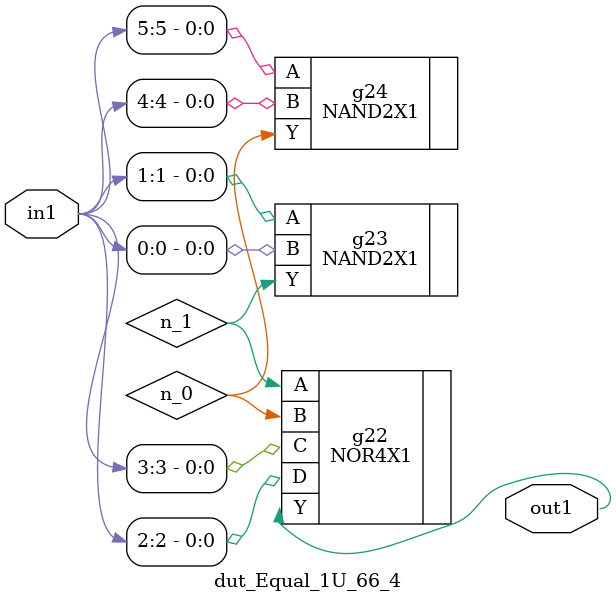
<source format=v>
`timescale 1ps / 1ps


module dut_Equal_1U_66_4(in1, out1);
  input [5:0] in1;
  output out1;
  wire [5:0] in1;
  wire out1;
  wire n_0, n_1;
  NOR4X1 g22(.A (n_1), .B (n_0), .C (in1[3]), .D (in1[2]), .Y (out1));
  NAND2X1 g23(.A (in1[1]), .B (in1[0]), .Y (n_1));
  NAND2X1 g24(.A (in1[5]), .B (in1[4]), .Y (n_0));
endmodule



</source>
